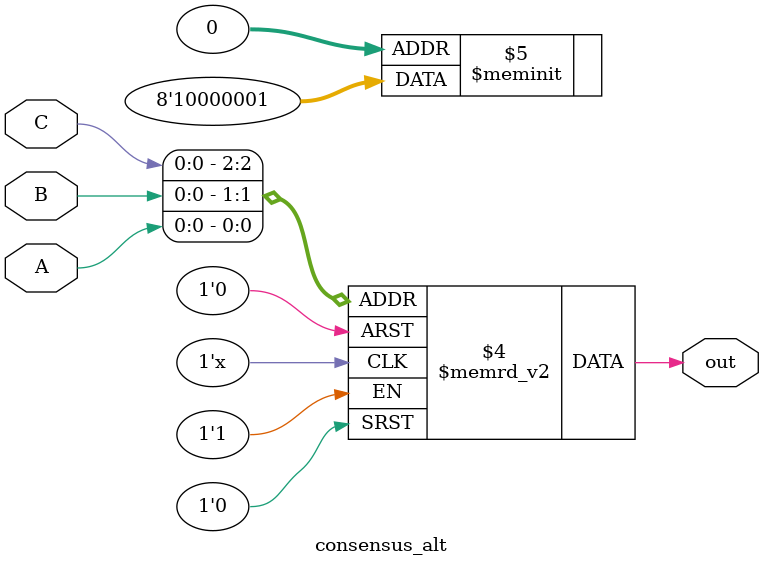
<source format=v>


module consensus_alt(output out,input A,B,C);
always@(C,B,A)
 begin
  case({C,B,A})
   3'b000: {out} = 1'b1;
   3'b001: {out} = 1'b0;
   3'b010: {out} = 1'b0;
   3'b011: {out} = 1'b0;
   3'b100: {out} = 1'b0;
   3'b101: {out} = 1'b0;
   3'b110: {out} = 1'b0;
   3'b111: {out} = 1'b1;
  endcase
 end
endmodule


</source>
